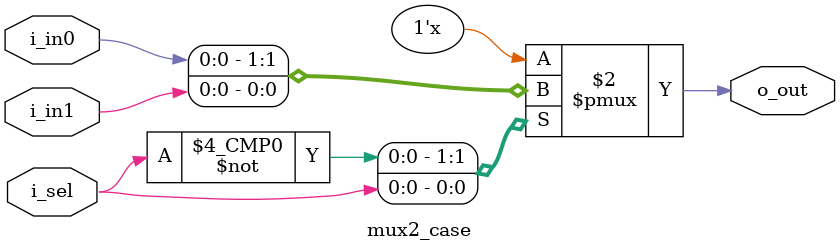
<source format=v>
module mux2_assign(
	output o_out,
	input  i_sel,
	input  i_in0,
	input  i_in1
);

	assign o_out = i_sel ? i_in0 : i_in1;

endmodule

module mux2_if(
	output reg o_out,
 	input      i_sel,
	input      i_in0,
	input	   i_in1
);
	

	always @(*) begin
		if(i_sel == 0) begin
			o_out = i_in0;
		end
		else begin 
			o_out = i_in1;
		end
	end
endmodule


module mux2_case(
	output reg o_out,
 	input      i_sel,
	input      i_in0,
	input	   i_in1
);

	always @(*) begin
		case(i_sel)
			0: 		o_out = i_in0;
			1: 		o_out = i_in1;
		endcase
	end
endmodule


</source>
